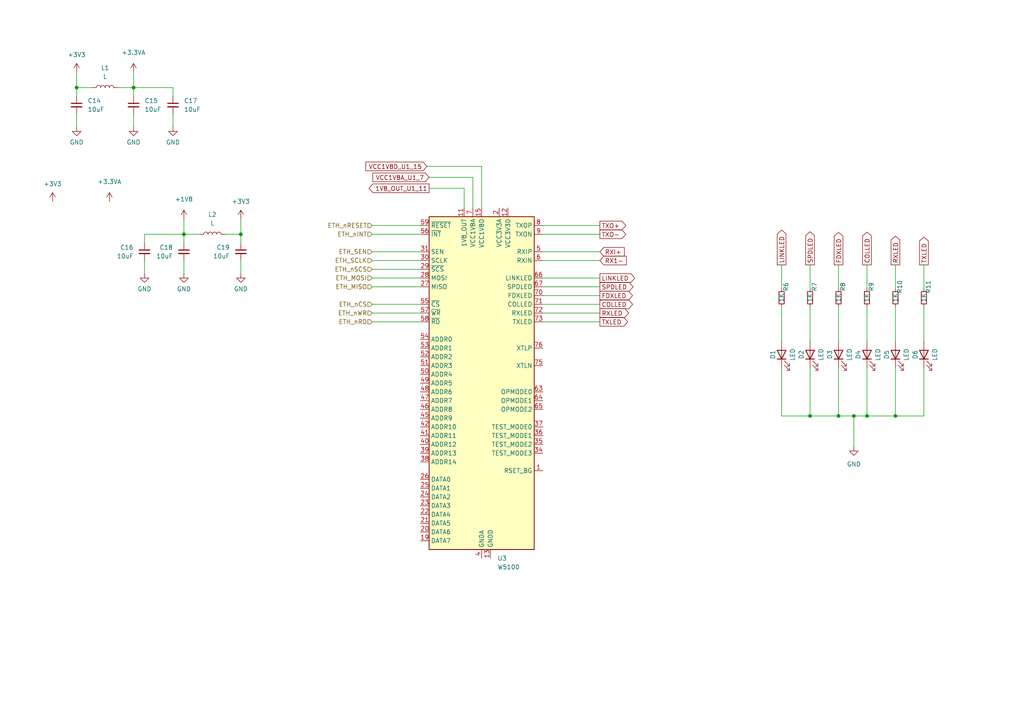
<source format=kicad_sch>
(kicad_sch (version 20211123) (generator eeschema)
  (paper "A4")
  (lib_symbols
    (symbol "Device:C_Small" (pin_numbers hide) (pin_names (offset 0.254) hide)
      (property "Reference" "C" (at 0.254 1.778 0))
      (property "Value" "C_Small" (at 0.254 -2.032 0))
      (symbol "C_Small_0_1"
        (polyline (pts (xy -1.524 -0.508) (xy 1.524 -0.508)) (stroke (width 0.3302)))
        (polyline (pts (xy -1.524 0.508) (xy 1.524 0.508)) (stroke (width 0.3048)))
      )
      (symbol "C_Small_1_1"
        (pin passive line (at 0 2.54 270) (length 2.032) (name "~") (number "1"))
        (pin passive line (at 0 -2.54 90) (length 2.032) (name "~") (number "2"))
      )
    )
    (symbol "Device:L" (pin_numbers hide) (pin_names (offset 1.016) hide)
      (property "Reference" "L" (at -1.27 0 90))
      (property "Value" "L" (at 1.905 0 90))
      (symbol "L_0_1"
        (arc (start 0 -2.54) (mid 0.635 -1.905) (end 0 -1.27))
        (arc (start 0 -1.27) (mid 0.635 -0.635) (end 0 0))
        (arc (start 0 0) (mid 0.635 0.635) (end 0 1.27))
        (arc (start 0 1.27) (mid 0.635 1.905) (end 0 2.54))
      )
      (symbol "L_1_1"
        (pin passive line (at 0 3.81 270) (length 1.27) (name "1") (number "1"))
        (pin passive line (at 0 -3.81 90) (length 1.27) (name "2") (number "2"))
      )
    )
    (symbol "Device:LED" (pin_numbers hide) (pin_names (offset 1.016) hide)
      (property "Reference" "D" (at 0 2.54 0))
      (property "Value" "LED" (at 0 -2.54 0))
      (symbol "LED_0_1"
        (polyline (pts (xy -1.27 -1.27) (xy -1.27 1.27)) (stroke (width 0.254)))
        (polyline (pts (xy -1.27 0) (xy 1.27 0)))
        (polyline (pts (xy 1.27 -1.27) (xy 1.27 1.27) (xy -1.27 0) (xy 1.27 -1.27)) (stroke (width 0.254)))
        (polyline (pts (xy -3.048 -0.762) (xy -4.572 -2.286) (xy -3.81 -2.286) (xy -4.572 -2.286) (xy -4.572 -1.524)))
        (polyline (pts (xy -1.778 -0.762) (xy -3.302 -2.286) (xy -2.54 -2.286) (xy -3.302 -2.286) (xy -3.302 -1.524)))
      )
      (symbol "LED_1_1"
        (pin passive line (at -3.81 0 0) (length 2.54) (name "K") (number "1"))
        (pin passive line (at 3.81 0 180) (length 2.54) (name "A") (number "2"))
      )
    )
    (symbol "Device:R_Small" (pin_numbers hide) (pin_names (offset 0.254) hide)
      (property "Reference" "R" (at 0.762 0.508 0))
      (property "Value" "R_Small" (at 0.762 -1.016 0))
      (symbol "R_Small_0_1"
        (rectangle (start -0.762 1.778) (end 0.762 -1.778) (stroke (width 0.2032)))
      )
      (symbol "R_Small_1_1"
        (pin passive line (at 0 2.54 270) (length 0.762) (name "~") (number "1"))
        (pin passive line (at 0 -2.54 90) (length 0.762) (name "~") (number "2"))
      )
    )
    (symbol "Interface_Ethernet:W5100"
      (property "Reference" "U" (at -15.24 49.53 0))
      (property "Value" "W5100" (at 15.24 49.53 0))
      (symbol "W5100_0_1"
        (rectangle (start -15.24 48.26) (end 15.24 -48.26) (stroke (width 0.254)) (fill (type background)))
      )
      (symbol "W5100_1_1"
        (pin output line (at 17.78 -25.4 180) (length 2.54) (name "RSET_BG") (number "1"))
        (pin passive line (at 0 -50.8 90) (length 2.54) hide (name "GNDA") (number "10"))
        (pin power_out line (at -5.08 50.8 270) (length 2.54) (name "1V8_OUT") (number "11"))
        (pin power_in line (at 7.62 50.8 270) (length 2.54) (name "VCC3V3D") (number "12"))
        (pin power_in line (at 2.54 -50.8 90) (length 2.54) (name "GNDD") (number "13"))
        (pin passive line (at 2.54 -50.8 90) (length 2.54) hide (name "GNDD") (number "14"))
        (pin power_in line (at 0 50.8 270) (length 2.54) (name "VCC1V8D") (number "15"))
        (pin passive line (at 0 50.8 270) (length 2.54) hide (name "VCC1V8D") (number "16"))
        (pin passive line (at 2.54 -50.8 90) (length 2.54) hide (name "GNDD") (number "17"))
        (pin passive line (at 7.62 50.8 270) (length 2.54) hide (name "VCC3V3D") (number "18"))
        (pin bidirectional line (at -17.78 -45.72 0) (length 2.54) (name "DATA7") (number "19"))
        (pin power_in line (at 5.08 50.8 270) (length 2.54) (name "VCC3V3A") (number "2"))
        (pin bidirectional line (at -17.78 -43.18 0) (length 2.54) (name "DATA6") (number "20"))
        (pin bidirectional line (at -17.78 -40.64 0) (length 2.54) (name "DATA5") (number "21"))
        (pin bidirectional line (at -17.78 -38.1 0) (length 2.54) (name "DATA4") (number "22"))
        (pin bidirectional line (at -17.78 -35.56 0) (length 2.54) (name "DATA3") (number "23"))
        (pin bidirectional line (at -17.78 -33.02 0) (length 2.54) (name "DATA2") (number "24"))
        (pin bidirectional line (at -17.78 -30.48 0) (length 2.54) (name "DATA1") (number "25"))
        (pin bidirectional line (at -17.78 -27.94 0) (length 2.54) (name "DATA0") (number "26"))
        (pin output line (at -17.78 27.94 0) (length 2.54) (name "MISO") (number "27"))
        (pin input line (at -17.78 30.48 0) (length 2.54) (name "MOSI") (number "28"))
        (pin input line (at -17.78 33.02 0) (length 2.54) (name "~{SCS}") (number "29"))
        (pin no_connect line (at 15.24 -30.48 180) (length 2.54) hide (name "NC") (number "3"))
        (pin input line (at -17.78 35.56 0) (length 2.54) (name "SCLK") (number "30"))
        (pin input line (at -17.78 38.1 0) (length 2.54) (name "SEN") (number "31"))
        (pin passive line (at 2.54 -50.8 90) (length 2.54) hide (name "GNDD") (number "32"))
        (pin passive line (at 0 50.8 270) (length 2.54) hide (name "VCC1V8D") (number "33"))
        (pin input line (at 17.78 -20.32 180) (length 2.54) (name "TEST_MODE3") (number "34"))
        (pin input line (at 17.78 -17.78 180) (length 2.54) (name "TEST_MODE2") (number "35"))
        (pin input line (at 17.78 -15.24 180) (length 2.54) (name "TEST_MODE1") (number "36"))
        (pin input line (at 17.78 -12.7 180) (length 2.54) (name "TEST_MODE0") (number "37"))
        (pin input line (at -17.78 -22.86 0) (length 2.54) (name "ADDR14") (number "38"))
        (pin input line (at -17.78 -20.32 0) (length 2.54) (name "ADDR13") (number "39"))
        (pin power_in line (at 0 -50.8 90) (length 2.54) (name "GNDA") (number "4"))
        (pin input line (at -17.78 -17.78 0) (length 2.54) (name "ADDR12") (number "40"))
        (pin input line (at -17.78 -15.24 0) (length 2.54) (name "ADDR11") (number "41"))
        (pin input line (at -17.78 -12.7 0) (length 2.54) (name "ADDR10") (number "42"))
        (pin passive line (at 2.54 -50.8 90) (length 2.54) hide (name "GNDD") (number "43"))
        (pin passive line (at 7.62 50.8 270) (length 2.54) hide (name "VCC3V3D") (number "44"))
        (pin input line (at -17.78 -10.16 0) (length 2.54) (name "ADDR9") (number "45"))
        (pin input line (at -17.78 -7.62 0) (length 2.54) (name "ADDR8") (number "46"))
        (pin input line (at -17.78 -5.08 0) (length 2.54) (name "ADDR7") (number "47"))
        (pin input line (at -17.78 -2.54 0) (length 2.54) (name "ADDR6") (number "48"))
        (pin input line (at -17.78 0 0) (length 2.54) (name "ADDR5") (number "49"))
        (pin input line (at 17.78 38.1 180) (length 2.54) (name "RXIP") (number "5"))
        (pin input line (at -17.78 2.54 0) (length 2.54) (name "ADDR4") (number "50"))
        (pin input line (at -17.78 5.08 0) (length 2.54) (name "ADDR3") (number "51"))
        (pin input line (at -17.78 7.62 0) (length 2.54) (name "ADDR2") (number "52"))
        (pin input line (at -17.78 10.16 0) (length 2.54) (name "ADDR1") (number "53"))
        (pin input line (at -17.78 12.7 0) (length 2.54) (name "ADDR0") (number "54"))
        (pin input line (at -17.78 22.86 0) (length 2.54) (name "~{CS}") (number "55"))
        (pin output line (at -17.78 43.18 0) (length 2.54) (name "~{INT}") (number "56"))
        (pin input line (at -17.78 20.32 0) (length 2.54) (name "~{WR}") (number "57"))
        (pin input line (at -17.78 17.78 0) (length 2.54) (name "~{RD}") (number "58"))
        (pin input line (at -17.78 45.72 0) (length 2.54) (name "~{RESET}") (number "59"))
        (pin input line (at 17.78 35.56 180) (length 2.54) (name "RXIN") (number "6"))
        (pin no_connect line (at 15.24 -33.02 180) (length 2.54) hide (name "NC") (number "60"))
        (pin no_connect line (at 15.24 -35.56 180) (length 2.54) hide (name "NC") (number "61"))
        (pin no_connect line (at 15.24 -38.1 180) (length 2.54) hide (name "NC") (number "62"))
        (pin input line (at 17.78 -2.54 180) (length 2.54) (name "OPMODE0") (number "63"))
        (pin input line (at 17.78 -5.08 180) (length 2.54) (name "OPMODE1") (number "64"))
        (pin input line (at 17.78 -7.62 180) (length 2.54) (name "OPMODE2") (number "65"))
        (pin output line (at 17.78 30.48 180) (length 2.54) (name "LINKLED") (number "66"))
        (pin output line (at 17.78 27.94 180) (length 2.54) (name "SPDLED") (number "67"))
        (pin passive line (at 2.54 -50.8 90) (length 2.54) hide (name "GNDD") (number "68"))
        (pin passive line (at 0 50.8 270) (length 2.54) hide (name "VCC1V8D") (number "69"))
        (pin power_in line (at -2.54 50.8 270) (length 2.54) (name "VCC1V8A") (number "7"))
        (pin output line (at 17.78 25.4 180) (length 2.54) (name "FDXLED") (number "70"))
        (pin output line (at 17.78 22.86 180) (length 2.54) (name "COLLED") (number "71"))
        (pin output line (at 17.78 20.32 180) (length 2.54) (name "RXLED") (number "72"))
        (pin output line (at 17.78 17.78 180) (length 2.54) (name "TXLED") (number "73"))
        (pin passive line (at -2.54 50.8 270) (length 2.54) hide (name "VCC1V8A") (number "74"))
        (pin input line (at 17.78 5.08 180) (length 2.54) (name "XTLN") (number "75"))
        (pin output line (at 17.78 10.16 180) (length 2.54) (name "XTLP") (number "76"))
        (pin passive line (at 0 -50.8 90) (length 2.54) hide (name "GNDA") (number "77"))
        (pin no_connect line (at 15.24 -40.64 180) (length 2.54) hide (name "NC") (number "78"))
        (pin no_connect line (at 15.24 -43.18 180) (length 2.54) hide (name "NC") (number "79"))
        (pin output line (at 17.78 45.72 180) (length 2.54) (name "TXOP") (number "8"))
        (pin no_connect line (at 15.24 -45.72 180) (length 2.54) hide (name "NC") (number "80"))
        (pin output line (at 17.78 43.18 180) (length 2.54) (name "TXON") (number "9"))
      )
    )
    (symbol "power:+1V8" (power) (pin_names (offset 0))
      (property "Value" "+1V8" (at 0 3.556 0))
      (symbol "+1V8_0_1"
        (polyline (pts (xy -0.762 1.27) (xy 0 2.54)))
        (polyline (pts (xy 0 0) (xy 0 2.54)))
        (polyline (pts (xy 0 2.54) (xy 0.762 1.27)))
      )
      (symbol "+1V8_1_1"
        (pin power_in line (at 0 0 90) (length 0) hide (name "+1V8") (number "1"))
      )
    )
    (symbol "power:+3.3VA" (power) (pin_names (offset 0))
      (property "Value" "+3.3VA" (at 0 3.556 0))
      (symbol "+3.3VA_0_1"
        (polyline (pts (xy -0.762 1.27) (xy 0 2.54)))
        (polyline (pts (xy 0 0) (xy 0 2.54)))
        (polyline (pts (xy 0 2.54) (xy 0.762 1.27)))
      )
      (symbol "+3.3VA_1_1"
        (pin power_in line (at 0 0 90) (length 0) hide (name "+3.3VA") (number "1"))
      )
    )
    (symbol "power:+3V3" (power) (pin_names (offset 0))
      (property "Value" "+3V3" (at 0 3.556 0))
      (symbol "+3V3_0_1"
        (polyline (pts (xy -0.762 1.27) (xy 0 2.54)))
        (polyline (pts (xy 0 0) (xy 0 2.54)))
        (polyline (pts (xy 0 2.54) (xy 0.762 1.27)))
      )
      (symbol "+3V3_1_1"
        (pin power_in line (at 0 0 90) (length 0) hide (name "+3V3") (number "1"))
      )
    )
    (symbol "power:GND" (power) (pin_names (offset 0))
      (property "Value" "GND" (at 0 -3.81 0))
      (symbol "GND_0_1"
        (polyline (pts (xy 0 0) (xy 0 -1.27) (xy 1.27 -1.27) (xy 0 -2.54) (xy -1.27 -1.27) (xy 0 -1.27)))
      )
      (symbol "GND_1_1"
        (pin power_in line (at 0 0 270) (length 0) hide (name "GND") (number "1"))
      )
    )
  )
  (junction (at 259.715 120.65))
  (junction (at 22.225 25.4))
  (junction (at 69.85 67.945))
  (junction (at 53.34 67.945))
  (junction (at 251.46 120.65))
  (junction (at 243.205 120.65))
  (junction (at 234.95 120.65))
  (junction (at 38.735 25.4))
  (junction (at 247.65 120.65))
  (wire (pts (xy 107.95 80.645) (xy 121.92 80.645)))
  (wire (pts (xy 107.95 65.405) (xy 121.92 65.405)))
  (wire (pts (xy 267.97 88.9) (xy 267.97 99.06)))
  (wire (pts (xy 157.48 90.805) (xy 173.99 90.805)))
  (wire (pts (xy 226.695 106.68) (xy 226.695 120.65)))
  (wire (pts (xy 251.46 106.68) (xy 251.46 120.65)))
  (wire (pts (xy 107.95 83.185) (xy 121.92 83.185)))
  (wire (pts (xy 157.48 83.185) (xy 173.99 83.185)))
  (wire (pts (xy 259.715 106.68) (xy 259.715 120.65)))
  (wire (pts (xy 267.97 76.835) (xy 267.97 83.82)))
  (wire (pts (xy 157.48 73.025) (xy 173.99 73.025)))
  (wire (pts (xy 134.62 54.61) (xy 124.46 54.61)))
  (wire (pts (xy 107.95 88.265) (xy 121.92 88.265)))
  (wire (pts (xy 234.95 120.65) (xy 243.205 120.65)))
  (wire (pts (xy 234.95 88.9) (xy 234.95 99.06)))
  (wire (pts (xy 69.85 70.485) (xy 69.85 67.945)))
  (wire (pts (xy 69.85 67.945) (xy 65.405 67.945)))
  (wire (pts (xy 259.715 88.9) (xy 259.715 99.06)))
  (wire (pts (xy 22.225 33.02) (xy 22.225 36.83)))
  (wire (pts (xy 157.48 75.565) (xy 173.99 75.565)))
  (wire (pts (xy 53.34 75.565) (xy 53.34 79.375)))
  (wire (pts (xy 38.735 33.02) (xy 38.735 36.83)))
  (wire (pts (xy 139.7 48.26) (xy 139.7 60.325)))
  (wire (pts (xy 157.48 65.405) (xy 173.99 65.405)))
  (wire (pts (xy 50.165 33.02) (xy 50.165 36.83)))
  (wire (pts (xy 226.695 88.9) (xy 226.695 99.06)))
  (wire (pts (xy 157.48 88.265) (xy 173.99 88.265)))
  (wire (pts (xy 53.34 63.5) (xy 53.34 67.945)))
  (wire (pts (xy 69.85 75.565) (xy 69.85 79.375)))
  (wire (pts (xy 22.225 20.955) (xy 22.225 25.4)))
  (wire (pts (xy 107.95 75.565) (xy 121.92 75.565)))
  (wire (pts (xy 50.165 25.4) (xy 38.735 25.4)))
  (wire (pts (xy 38.735 27.94) (xy 38.735 25.4)))
  (wire (pts (xy 243.205 106.68) (xy 243.205 120.65)))
  (wire (pts (xy 134.62 60.325) (xy 134.62 54.61)))
  (wire (pts (xy 259.715 120.65) (xy 267.97 120.65)))
  (wire (pts (xy 267.97 120.65) (xy 267.97 106.68)))
  (wire (pts (xy 157.48 85.725) (xy 173.99 85.725)))
  (wire (pts (xy 247.65 120.65) (xy 247.65 129.54)))
  (wire (pts (xy 251.46 120.65) (xy 259.715 120.65)))
  (wire (pts (xy 123.825 48.26) (xy 139.7 48.26)))
  (wire (pts (xy 157.48 80.645) (xy 173.99 80.645)))
  (wire (pts (xy 259.715 76.835) (xy 259.715 83.82)))
  (wire (pts (xy 243.205 88.9) (xy 243.205 99.06)))
  (wire (pts (xy 53.34 67.945) (xy 57.785 67.945)))
  (wire (pts (xy 137.16 51.435) (xy 124.46 51.435)))
  (wire (pts (xy 41.91 67.945) (xy 53.34 67.945)))
  (wire (pts (xy 157.48 93.345) (xy 173.99 93.345)))
  (wire (pts (xy 53.34 70.485) (xy 53.34 67.945)))
  (wire (pts (xy 226.695 120.65) (xy 234.95 120.65)))
  (wire (pts (xy 107.95 67.945) (xy 121.92 67.945)))
  (wire (pts (xy 137.16 60.325) (xy 137.16 51.435)))
  (wire (pts (xy 107.95 73.025) (xy 121.92 73.025)))
  (wire (pts (xy 41.91 70.485) (xy 41.91 67.945)))
  (wire (pts (xy 22.225 25.4) (xy 26.67 25.4)))
  (wire (pts (xy 107.95 78.105) (xy 121.92 78.105)))
  (wire (pts (xy 69.85 63.5) (xy 69.85 67.945)))
  (wire (pts (xy 38.735 25.4) (xy 34.29 25.4)))
  (wire (pts (xy 251.46 76.835) (xy 251.46 83.82)))
  (wire (pts (xy 38.735 20.955) (xy 38.735 25.4)))
  (wire (pts (xy 107.95 93.345) (xy 121.92 93.345)))
  (wire (pts (xy 157.48 67.945) (xy 173.99 67.945)))
  (wire (pts (xy 251.46 88.9) (xy 251.46 99.06)))
  (wire (pts (xy 226.695 76.835) (xy 226.695 83.82)))
  (wire (pts (xy 107.95 90.805) (xy 121.92 90.805)))
  (wire (pts (xy 41.91 75.565) (xy 41.91 79.375)))
  (wire (pts (xy 243.205 76.835) (xy 243.205 83.82)))
  (wire (pts (xy 50.165 27.94) (xy 50.165 25.4)))
  (wire (pts (xy 234.95 76.835) (xy 234.95 83.82)))
  (wire (pts (xy 247.65 120.65) (xy 251.46 120.65)))
  (wire (pts (xy 243.205 120.65) (xy 247.65 120.65)))
  (wire (pts (xy 234.95 106.68) (xy 234.95 120.65)))
  (wire (pts (xy 22.225 27.94) (xy 22.225 25.4)))
  (global_label "FDXLED" (shape output) (at 243.205 76.835 90) (property "Intersheet References" "${INTERSHEET_REFS}" (effects hide)))
  (global_label "TXLED" (shape output) (at 267.97 76.835 90) (property "Intersheet References" "${INTERSHEET_REFS}" (effects hide)))
  (global_label "SPDLED" (shape output) (at 234.95 76.835 90) (property "Intersheet References" "${INTERSHEET_REFS}" (effects hide)))
  (global_label "VCC1V8A_U1_7" (shape input) (at 124.46 51.435 180) (property "Intersheet References" "${INTERSHEET_REFS}" (effects hide)))
  (global_label "VCC1V8D_U1_15" (shape input) (at 123.825 48.26 180) (property "Intersheet References" "${INTERSHEET_REFS}" (effects hide)))
  (global_label "RXLED" (shape output) (at 259.715 76.835 90) (property "Intersheet References" "${INTERSHEET_REFS}" (effects hide)))
  (global_label "RX1-" (shape input) (at 173.99 75.565 0) (property "Intersheet References" "${INTERSHEET_REFS}" (effects hide)))
  (global_label "TXO+" (shape output) (at 173.99 65.405 0) (property "Intersheet References" "${INTERSHEET_REFS}" (effects hide)))
  (global_label "LINKLED" (shape output) (at 173.99 80.645 0) (property "Intersheet References" "${INTERSHEET_REFS}" (effects hide)))
  (global_label "SPDLED" (shape output) (at 173.99 83.185 0) (property "Intersheet References" "${INTERSHEET_REFS}" (effects hide)))
  (global_label "COLLED" (shape output) (at 251.46 76.835 90) (property "Intersheet References" "${INTERSHEET_REFS}" (effects hide)))
  (global_label "COLLED" (shape output) (at 173.99 88.265 0) (property "Intersheet References" "${INTERSHEET_REFS}" (effects hide)))
  (global_label "FDXLED" (shape output) (at 173.99 85.725 0) (property "Intersheet References" "${INTERSHEET_REFS}" (effects hide)))
  (global_label "1V8_OUT_U1_11" (shape output) (at 124.46 54.61 180) (property "Intersheet References" "${INTERSHEET_REFS}" (effects hide)))
  (global_label "TXO-" (shape output) (at 173.99 67.945 0) (property "Intersheet References" "${INTERSHEET_REFS}" (effects hide)))
  (global_label "LINKLED" (shape output) (at 226.695 76.835 90) (property "Intersheet References" "${INTERSHEET_REFS}" (effects hide)))
  (global_label "RXI+" (shape input) (at 173.99 73.025 0) (property "Intersheet References" "${INTERSHEET_REFS}" (effects hide)))
  (global_label "RXLED" (shape output) (at 173.99 90.805 0) (property "Intersheet References" "${INTERSHEET_REFS}" (effects hide)))
  (global_label "TXLED" (shape output) (at 173.99 93.345 0) (property "Intersheet References" "${INTERSHEET_REFS}" (effects hide)))
  (hierarchical_label "ETH_nCS" (shape input) (at 107.95 88.265 180))
  (hierarchical_label "ETH_MISO" (shape input) (at 107.95 83.185 180))
  (hierarchical_label "ETH_nRD" (shape input) (at 107.95 93.345 180))
  (hierarchical_label "ETH_SEN" (shape input) (at 107.95 73.025 180))
  (hierarchical_label "ETH_nINT" (shape input) (at 107.95 67.945 180))
  (hierarchical_label "ETH_nSCS" (shape input) (at 107.95 78.105 180))
  (hierarchical_label "ETH_MOSI" (shape input) (at 107.95 80.645 180))
  (hierarchical_label "ETH_nRESET" (shape input) (at 107.95 65.405 180))
  (hierarchical_label "ETH_nWR" (shape input) (at 107.95 90.805 180))
  (hierarchical_label "ETH_SCLK" (shape input) (at 107.95 75.565 180))
  (symbol (lib_id "power:+3V3") (at 22.225 20.955 0) (unit 1)
    (property "Reference" "#PWR023" (effects hide))
    (property "Value" "+3V3" (at 22.225 15.875 0))
  )
  (symbol (lib_id "Device:LED") (at 267.97 102.87 90) (unit 1)
    (property "Reference" "D6" (at 265.43 102.87 0))
    (property "Value" "LED" (at 271.145 102.87 0))
  )
  (symbol (lib_id "power:+3V3") (at 15.24 58.42 0) (unit 1)
    (property "Reference" "#PWR033" (effects hide))
    (property "Value" "+3V3" (at 15.24 53.34 0))
  )
  (symbol (lib_id "Device:L") (at 61.595 67.945 270) (mirror x) (unit 1)
    (property "Reference" "L2" (at 61.595 62.23 90))
    (property "Value" "L" (at 61.595 64.77 90))
  )
  (symbol (lib_id "Device:L") (at 30.48 25.4 90) (unit 1)
    (property "Reference" "L1" (at 30.48 19.685 90))
    (property "Value" "L" (at 30.48 22.225 90))
  )
  (symbol (lib_id "power:+3.3VA") (at 31.75 58.42 0) (unit 1)
    (property "Reference" "#PWR034" (effects hide))
    (property "Value" "+3.3VA" (at 31.75 52.705 0))
  )
  (symbol (lib_id "Device:LED") (at 251.46 102.87 90) (unit 1)
    (property "Reference" "D4" (at 248.92 102.87 0))
    (property "Value" "LED" (at 254.635 102.87 0))
  )
  (symbol (lib_id "Device:R_Small") (at 226.695 86.36 0) (unit 1)
    (property "Reference" "R6" (at 227.965 83.185 90))
    (property "Value" "1K" (at 226.695 86.36 90))
  )
  (symbol (lib_id "Device:R_Small") (at 251.46 86.36 0) (unit 1)
    (property "Reference" "R9" (at 252.73 83.185 90))
    (property "Value" "1K" (at 251.46 86.36 90))
  )
  (symbol (lib_id "Device:R_Small") (at 243.205 86.36 0) (unit 1)
    (property "Reference" "R8" (at 244.475 83.185 90))
    (property "Value" "1K" (at 243.205 86.36 90))
  )
  (symbol (lib_id "Device:C_Small") (at 50.165 30.48 0) (unit 1)
    (property "Reference" "C17" (at 53.34 29.2162 0) (effects (justify left)))
    (property "Value" "10uF" (at 53.34 31.7562 0) (effects (justify left)))
  )
  (symbol (lib_id "power:+3V3") (at 69.85 63.5 0) (mirror y) (unit 1)
    (property "Reference" "#PWR031" (effects hide))
    (property "Value" "+3V3" (at 69.85 58.42 0))
  )
  (symbol (lib_id "Device:R_Small") (at 234.95 86.36 0) (unit 1)
    (property "Reference" "R7" (at 236.22 83.185 90))
    (property "Value" "1K" (at 234.95 86.36 90))
  )
  (symbol (lib_id "power:GND") (at 50.165 36.83 0) (unit 1)
    (property "Reference" "#PWR028" (effects hide))
    (property "Value" "GND" (at 50.165 41.275 0))
  )
  (symbol (lib_id "power:GND") (at 53.34 79.375 0) (mirror y) (unit 1)
    (property "Reference" "#PWR030" (effects hide))
    (property "Value" "GND" (at 53.34 83.82 0))
  )
  (symbol (lib_id "power:GND") (at 247.65 129.54 0) (unit 1)
    (property "Reference" "#PWR035" (effects hide))
    (property "Value" "GND" (at 247.65 134.62 0))
  )
  (symbol (lib_id "Interface_Ethernet:W5100") (at 139.7 111.125 0) (unit 1)
    (property "Reference" "U3" (at 144.2594 161.925 0) (effects (justify left)))
    (property "Value" "W5100" (at 144.2594 164.465 0) (effects (justify left)))
    (property "Footprint" "Package_QFP:LQFP-80_10x10mm_P0.4mm" (effects hide))
    (property "Datasheet" "http://www.wiznet.io/wp-content/uploads/wiznethome/Chip/W5100/Document/W5100_Datasheet_v1.2.7.pdf" (effects hide))
  )
  (symbol (lib_id "Device:R_Small") (at 267.97 86.36 0) (unit 1)
    (property "Reference" "R11" (at 269.24 83.185 90))
    (property "Value" "1K" (at 267.97 86.36 90))
  )
  (symbol (lib_id "Device:C_Small") (at 69.85 73.025 0) (unit 1)
    (property "Reference" "C19" (at 66.675 71.7612 0) (effects (justify right)))
    (property "Value" "10uF" (at 66.675 74.3012 0) (effects (justify right)))
  )
  (symbol (lib_id "power:GND") (at 69.85 79.375 0) (mirror y) (unit 1)
    (property "Reference" "#PWR032" (effects hide))
    (property "Value" "GND" (at 69.85 83.82 0))
  )
  (symbol (lib_id "power:GND") (at 41.91 79.375 0) (mirror y) (unit 1)
    (property "Reference" "#PWR027" (effects hide))
    (property "Value" "GND" (at 41.91 83.82 0))
  )
  (symbol (lib_id "Device:LED") (at 259.715 102.87 90) (unit 1)
    (property "Reference" "D5" (at 257.175 102.87 0))
    (property "Value" "LED" (at 262.89 102.87 0))
  )
  (symbol (lib_id "Device:LED") (at 226.695 102.87 90) (unit 1)
    (property "Reference" "D1" (at 224.155 102.87 0))
    (property "Value" "LED" (at 229.87 102.87 0))
  )
  (symbol (lib_id "Device:LED") (at 243.205 102.87 90) (unit 1)
    (property "Reference" "D3" (at 240.665 102.87 0))
    (property "Value" "LED" (at 246.38 102.87 0))
  )
  (symbol (lib_id "Device:R_Small") (at 259.715 86.36 0) (unit 1)
    (property "Reference" "R10" (at 260.985 83.185 90))
    (property "Value" "1K" (at 259.715 86.36 90))
  )
  (symbol (lib_id "Device:C_Small") (at 22.225 30.48 0) (mirror y) (unit 1)
    (property "Reference" "C14" (at 25.4 29.2162 0) (effects (justify right)))
    (property "Value" "10uF" (at 25.4 31.7562 0) (effects (justify right)))
  )
  (symbol (lib_id "power:+3.3VA") (at 38.735 20.955 0) (unit 1)
    (property "Reference" "#PWR025" (effects hide))
    (property "Value" "+3.3VA" (at 38.735 15.24 0))
  )
  (symbol (lib_id "Device:C_Small") (at 38.735 30.48 0) (unit 1)
    (property "Reference" "C15" (at 41.91 29.2162 0) (effects (justify left)))
    (property "Value" "10uF" (at 41.91 31.7562 0) (effects (justify left)))
  )
  (symbol (lib_id "Device:C_Small") (at 41.91 73.025 0) (mirror y) (unit 1)
    (property "Reference" "C16" (at 38.735 71.7612 0) (effects (justify left)))
    (property "Value" "10uF" (at 38.735 74.3012 0) (effects (justify left)))
  )
  (symbol (lib_id "power:+1V8") (at 53.34 63.5 0) (unit 1)
    (property "Reference" "#PWR029" (effects hide))
    (property "Value" "+1V8" (at 53.34 57.785 0))
  )
  (symbol (lib_id "power:GND") (at 22.225 36.83 0) (unit 1)
    (property "Reference" "#PWR024" (effects hide))
    (property "Value" "GND" (at 22.225 41.275 0))
  )
  (symbol (lib_id "Device:LED") (at 234.95 102.87 90) (unit 1)
    (property "Reference" "D2" (at 232.41 102.87 0))
    (property "Value" "LED" (at 238.125 102.87 0))
  )
  (symbol (lib_id "Device:C_Small") (at 53.34 73.025 0) (mirror y) (unit 1)
    (property "Reference" "C18" (at 50.165 71.7612 0) (effects (justify left)))
    (property "Value" "10uF" (at 50.165 74.3012 0) (effects (justify left)))
  )
  (symbol (lib_id "power:GND") (at 38.735 36.83 0) (unit 1)
    (property "Reference" "#PWR026" (effects hide))
    (property "Value" "GND" (at 38.735 41.275 0))
  )
)
</source>
